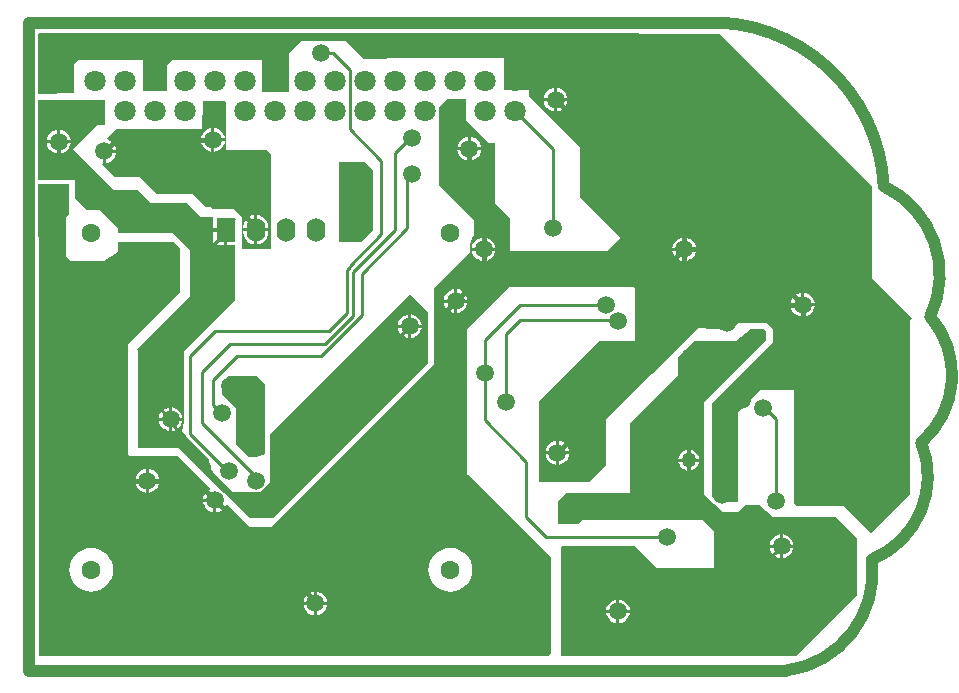
<source format=gbl>
G04*
G04 #@! TF.GenerationSoftware,Altium Limited,Altium Designer,20.0.12 (288)*
G04*
G04 Layer_Physical_Order=2*
G04 Layer_Color=16711680*
%FSLAX44Y44*%
%MOMM*%
G71*
G01*
G75*
%ADD10C,0.2540*%
%ADD13C,0.1500*%
%ADD29C,1.0000*%
%ADD49C,0.4000*%
%ADD51C,1.8000*%
%ADD52R,1.8000X1.8000*%
%ADD53C,1.6000*%
%ADD54O,1.6000X2.0000*%
%ADD55R,1.6000X2.0000*%
%ADD56C,1.5000*%
%ADD57C,1.2700*%
G36*
X173750Y487480D02*
X173750Y447000D01*
X208000D01*
X211750Y443250D01*
Y363250D01*
X186750D01*
X186500Y363500D01*
Y393620D01*
X180120Y400000D01*
X179241Y399121D01*
X156629D01*
X145500Y410250D01*
X117041D01*
X103291Y424000D01*
X79103D01*
X68247Y434856D01*
X68841Y436059D01*
X68980Y436041D01*
Y446000D01*
X70250D01*
Y447270D01*
X80209D01*
X80032Y448621D01*
X79020Y451063D01*
X77411Y453161D01*
X75313Y454770D01*
X73223Y455636D01*
X72745Y456955D01*
X80791Y465000D01*
X153250D01*
X153500Y488750D01*
X172687D01*
X173750Y487480D01*
D02*
G37*
G36*
X297500Y430080D02*
Y378750D01*
X287750Y369000D01*
X269000D01*
Y433180D01*
Y436750D01*
X290830D01*
X297500Y430080D01*
D02*
G37*
G36*
X455609Y545891D02*
X591750Y545000D01*
X720500Y416250D01*
Y338500D01*
X754000Y305000D01*
X752500Y303500D01*
Y155750D01*
X719250Y122500D01*
X696000Y145750D01*
X656500D01*
X654000Y148250D01*
Y243750D01*
X626000D01*
X607250Y225000D01*
Y148750D01*
X590000D01*
X584750Y154000D01*
Y232760D01*
X635990Y284000D01*
X636250D01*
Y295250D01*
X630500Y301000D01*
X607250D01*
X602250Y296000D01*
X597250Y294718D01*
X573750Y296000D01*
X495000Y219750D01*
Y180500D01*
X480750Y166250D01*
X438750D01*
Y234750D01*
X489500Y285500D01*
X519750D01*
Y330500D01*
X518750Y331500D01*
X413500D01*
X377500Y295500D01*
Y173000D01*
X448250Y102250D01*
Y20750D01*
X446250Y18750D01*
X14750D01*
Y313000D01*
Y330000D01*
X14000Y417500D01*
X14250Y418750D01*
X40500D01*
Y392500D01*
X38250Y390250D01*
Y357000D01*
X42000Y353250D01*
X70250D01*
X81500Y360500D01*
Y369035D01*
X129715D01*
X134500Y364250D01*
Y326750D01*
X90000Y282250D01*
Y190000D01*
X92000Y188000D01*
X133088D01*
X160075Y161012D01*
X159828Y159767D01*
X158935Y159397D01*
X156837Y157788D01*
X155228Y155690D01*
X154216Y153248D01*
X154038Y151897D01*
X163998D01*
Y150627D01*
X165268D01*
Y140668D01*
X166619Y140845D01*
X169061Y141857D01*
X171159Y143467D01*
X172768Y145564D01*
X173185Y146572D01*
X174431Y146819D01*
X193500Y127750D01*
X211750D01*
X288000Y204000D01*
X349750Y265750D01*
Y330250D01*
X380000Y360500D01*
Y368663D01*
X380432Y369471D01*
X381492Y372966D01*
X381522Y373272D01*
X383000Y374750D01*
Y387500D01*
X354000Y416500D01*
Y483250D01*
X361250Y490500D01*
X376500D01*
Y472500D01*
X396250Y452750D01*
X400750D01*
Y402000D01*
X413500Y389250D01*
Y361500D01*
X496000D01*
X507500Y373000D01*
X473000Y407500D01*
Y449750D01*
X429500Y493250D01*
Y497750D01*
X409000D01*
X408500Y498250D01*
Y525000D01*
X310000Y525000D01*
X308750Y523750D01*
X290250D01*
X275000Y539000D01*
X254462D01*
X253500Y539127D01*
X252538Y539000D01*
X236750D01*
X226750Y529000D01*
Y496250D01*
X203750D01*
X203500Y496500D01*
Y523500D01*
X127250D01*
X123000Y519250D01*
Y497250D01*
X102854D01*
X102750Y497500D01*
Y523500D01*
X47750D01*
X44250Y520000D01*
Y495000D01*
X15402Y494758D01*
X14500Y495652D01*
Y545000D01*
X15500Y546000D01*
X455500D01*
X455609Y545891D01*
D02*
G37*
G36*
X206594Y249156D02*
Y190000D01*
X198730Y187216D01*
X192784D01*
X182161Y197839D01*
Y228089D01*
X170000Y240250D01*
Y251000D01*
X174750Y255750D01*
X200000D01*
X206594Y249156D01*
D02*
G37*
G36*
X71000Y468250D02*
X64250D01*
X43750Y447750D01*
X78250Y413250D01*
X99250D01*
X110000Y402500D01*
X140000Y402500D01*
X152250Y390250D01*
X162580D01*
Y380870D01*
X173120D01*
Y379600D01*
X174390D01*
Y367060D01*
X181250D01*
Y320250D01*
X138170Y277170D01*
Y216920D01*
X136130Y209620D01*
X139453Y206060D01*
X139661Y205013D01*
X140503Y203753D01*
X157040Y187216D01*
X158750Y185384D01*
Y183816D01*
Y176000D01*
X177660Y157090D01*
X202938D01*
X210250Y164402D01*
Y206750D01*
X329000Y325500D01*
X344170Y310330D01*
Y266920D01*
X212750Y135500D01*
Y135250D01*
X193500D01*
X171805Y156945D01*
X171159Y157788D01*
X170315Y158435D01*
X133750Y195000D01*
X98500D01*
Y278000D01*
X98250Y278250D01*
X143250Y323250D01*
Y361470D01*
X128120Y376600D01*
X81500D01*
Y381000D01*
X66000Y396500D01*
X55250D01*
X45625Y406125D01*
Y421925D01*
X14500D01*
Y489750D01*
X71000D01*
Y468250D01*
D02*
G37*
G36*
X630500Y293500D02*
Y285500D01*
X629850D01*
X578250Y233900D01*
Y156000D01*
X585640Y148610D01*
X586039Y148089D01*
X586560Y147690D01*
X594000Y140250D01*
X606750D01*
X612750Y146250D01*
X624337Y146250D01*
X636729Y136050D01*
X687800D01*
X688750Y137000D01*
X707250Y118500D01*
Y70500D01*
X655750Y19000D01*
X594747D01*
X594224Y19749D01*
X593637Y19000D01*
X456750Y19000D01*
Y19000D01*
X456750Y19000D01*
X456750Y19000D01*
Y110250D01*
X458250Y111750D01*
X519750D01*
X538000Y93500D01*
X586750D01*
Y124000D01*
X577250Y133500D01*
X474500D01*
X471500Y130500D01*
X454250D01*
Y149750D01*
X461000Y156500D01*
X515250D01*
Y215250D01*
X556250Y256250D01*
X556250Y272000D01*
X569750Y285500D01*
X604750D01*
X617750Y295937D01*
X628063D01*
X630500Y293500D01*
D02*
G37*
%LPC*%
G36*
X163612Y465709D02*
Y457020D01*
X172302D01*
X172124Y458371D01*
X171112Y460813D01*
X169503Y462911D01*
X167405Y464520D01*
X164963Y465532D01*
X163612Y465709D01*
D02*
G37*
G36*
X161072D02*
X159721Y465532D01*
X157279Y464520D01*
X155182Y462911D01*
X153572Y460813D01*
X152561Y458371D01*
X152383Y457020D01*
X161072D01*
Y465709D01*
D02*
G37*
G36*
X172302Y454480D02*
X163612D01*
Y445791D01*
X164963Y445968D01*
X167405Y446980D01*
X169503Y448589D01*
X171112Y450687D01*
X172124Y453129D01*
X172302Y454480D01*
D02*
G37*
G36*
X161072D02*
X152383D01*
X152561Y453129D01*
X153572Y450687D01*
X155182Y448589D01*
X157279Y446980D01*
X159721Y445968D01*
X161072Y445791D01*
Y454480D01*
D02*
G37*
G36*
X80209Y444730D02*
X71520D01*
Y436041D01*
X72871Y436218D01*
X75313Y437230D01*
X77411Y438839D01*
X79020Y440937D01*
X80032Y443379D01*
X80209Y444730D01*
D02*
G37*
G36*
X199790Y392064D02*
Y380870D01*
X209151D01*
Y381600D01*
X208789Y384352D01*
X207727Y386916D01*
X206037Y389117D01*
X203836Y390807D01*
X201271Y391869D01*
X199790Y392064D01*
D02*
G37*
G36*
X197250D02*
X195769Y391869D01*
X193204Y390807D01*
X191003Y389117D01*
X189313Y386916D01*
X188251Y384352D01*
X187889Y381600D01*
Y380870D01*
X197250D01*
Y392064D01*
D02*
G37*
G36*
X209151Y378330D02*
X199790D01*
Y367136D01*
X201271Y367331D01*
X203836Y368393D01*
X206037Y370083D01*
X207727Y372285D01*
X208789Y374849D01*
X209151Y377600D01*
Y378330D01*
D02*
G37*
G36*
X197250D02*
X187889D01*
Y377600D01*
X188251Y374849D01*
X189313Y372285D01*
X191003Y370083D01*
X193204Y368393D01*
X195769Y367331D01*
X197250Y367136D01*
Y378330D01*
D02*
G37*
G36*
X453770Y499709D02*
Y491020D01*
X462459D01*
X462282Y492371D01*
X461270Y494813D01*
X459661Y496911D01*
X457563Y498520D01*
X455121Y499532D01*
X453770Y499709D01*
D02*
G37*
G36*
X451230D02*
X449879Y499532D01*
X447437Y498520D01*
X445339Y496911D01*
X443730Y494813D01*
X442718Y492371D01*
X442541Y491020D01*
X451230D01*
Y499709D01*
D02*
G37*
G36*
X462459Y488480D02*
X453770D01*
Y479791D01*
X455121Y479968D01*
X457563Y480980D01*
X459661Y482589D01*
X461270Y484687D01*
X462282Y487129D01*
X462459Y488480D01*
D02*
G37*
G36*
X451230D02*
X442541D01*
X442718Y487129D01*
X443730Y484687D01*
X445339Y482589D01*
X447437Y480980D01*
X449879Y479968D01*
X451230Y479791D01*
Y488480D01*
D02*
G37*
G36*
X380520Y458209D02*
Y449520D01*
X389209D01*
X389032Y450871D01*
X388020Y453313D01*
X386411Y455411D01*
X384313Y457020D01*
X381871Y458032D01*
X380520Y458209D01*
D02*
G37*
G36*
X377980D02*
X376629Y458032D01*
X374187Y457020D01*
X372089Y455411D01*
X370480Y453313D01*
X369468Y450871D01*
X369291Y449520D01*
X377980D01*
Y458209D01*
D02*
G37*
G36*
X389209Y446980D02*
X380520D01*
Y438291D01*
X381871Y438468D01*
X384313Y439480D01*
X386411Y441089D01*
X388020Y443187D01*
X389032Y445629D01*
X389209Y446980D01*
D02*
G37*
G36*
X377980D02*
X369291D01*
X369468Y445629D01*
X370480Y443187D01*
X372089Y441089D01*
X374187Y439480D01*
X376629Y438468D01*
X377980Y438291D01*
Y446980D01*
D02*
G37*
G36*
X392770Y373209D02*
Y364520D01*
X401459D01*
X401282Y365871D01*
X400270Y368313D01*
X398661Y370411D01*
X396563Y372020D01*
X394121Y373032D01*
X392770Y373209D01*
D02*
G37*
G36*
X390230D02*
X388879Y373032D01*
X386437Y372020D01*
X384339Y370411D01*
X382730Y368313D01*
X381718Y365871D01*
X381541Y364520D01*
X390230D01*
Y373209D01*
D02*
G37*
G36*
X562610Y373179D02*
Y364490D01*
X571299D01*
X571122Y365841D01*
X570110Y368283D01*
X568501Y370381D01*
X566403Y371990D01*
X563961Y373002D01*
X562610Y373179D01*
D02*
G37*
G36*
X560070D02*
X558719Y373002D01*
X556277Y371990D01*
X554179Y370381D01*
X552570Y368283D01*
X551558Y365841D01*
X551381Y364490D01*
X560070D01*
Y373179D01*
D02*
G37*
G36*
X401459Y361980D02*
X392770D01*
Y353291D01*
X394121Y353468D01*
X396563Y354480D01*
X398661Y356089D01*
X400270Y358187D01*
X401282Y360629D01*
X401459Y361980D01*
D02*
G37*
G36*
X390230D02*
X381541D01*
X381718Y360629D01*
X382730Y358187D01*
X384339Y356089D01*
X386437Y354480D01*
X388879Y353468D01*
X390230Y353291D01*
Y361980D01*
D02*
G37*
G36*
X571299Y361950D02*
X562610D01*
Y353261D01*
X563961Y353438D01*
X566403Y354450D01*
X568501Y356059D01*
X570110Y358157D01*
X571122Y360599D01*
X571299Y361950D01*
D02*
G37*
G36*
X560070D02*
X551381D01*
X551558Y360599D01*
X552570Y358157D01*
X554179Y356059D01*
X556277Y354450D01*
X558719Y353438D01*
X560070Y353261D01*
Y361950D01*
D02*
G37*
G36*
X369020Y329209D02*
Y320520D01*
X377709D01*
X377532Y321871D01*
X376520Y324313D01*
X374911Y326411D01*
X372813Y328020D01*
X370371Y329032D01*
X369020Y329209D01*
D02*
G37*
G36*
X366480D02*
X365129Y329032D01*
X362687Y328020D01*
X360589Y326411D01*
X358980Y324313D01*
X357968Y321871D01*
X357791Y320520D01*
X366480D01*
Y329209D01*
D02*
G37*
G36*
X662940Y326189D02*
Y317500D01*
X671629D01*
X671452Y318851D01*
X670440Y321293D01*
X668831Y323391D01*
X666733Y325000D01*
X664291Y326012D01*
X662940Y326189D01*
D02*
G37*
G36*
X660400D02*
X659049Y326012D01*
X656607Y325000D01*
X654509Y323391D01*
X652900Y321293D01*
X651888Y318851D01*
X651711Y317500D01*
X660400D01*
Y326189D01*
D02*
G37*
G36*
X377709Y317980D02*
X369020D01*
Y309291D01*
X370371Y309468D01*
X372813Y310480D01*
X374911Y312089D01*
X376520Y314187D01*
X377532Y316629D01*
X377709Y317980D01*
D02*
G37*
G36*
X366480D02*
X357791D01*
X357968Y316629D01*
X358980Y314187D01*
X360589Y312089D01*
X362687Y310480D01*
X365129Y309468D01*
X366480Y309291D01*
Y317980D01*
D02*
G37*
G36*
X671629Y314960D02*
X662940D01*
Y306271D01*
X664291Y306448D01*
X666733Y307460D01*
X668831Y309069D01*
X670440Y311167D01*
X671452Y313609D01*
X671629Y314960D01*
D02*
G37*
G36*
X660400D02*
X651711D01*
X651888Y313609D01*
X652900Y311167D01*
X654509Y309069D01*
X655270Y308486D01*
X656607Y307460D01*
X659049Y306448D01*
X660400Y306271D01*
Y314960D01*
D02*
G37*
G36*
X455270Y200709D02*
Y192020D01*
X463959D01*
X463782Y193371D01*
X462770Y195813D01*
X461161Y197911D01*
X459063Y199520D01*
X456621Y200532D01*
X455270Y200709D01*
D02*
G37*
G36*
X452730D02*
X451379Y200532D01*
X448937Y199520D01*
X446839Y197911D01*
X445230Y195813D01*
X444218Y193371D01*
X444041Y192020D01*
X452730D01*
Y200709D01*
D02*
G37*
G36*
X463959Y189480D02*
X455270D01*
Y180791D01*
X456621Y180968D01*
X459063Y181980D01*
X461161Y183589D01*
X462770Y185687D01*
X463782Y188129D01*
X463959Y189480D01*
D02*
G37*
G36*
X452730D02*
X444041D01*
X444218Y188129D01*
X445230Y185687D01*
X446839Y183589D01*
X448937Y181980D01*
X451379Y180968D01*
X452730Y180791D01*
Y189480D01*
D02*
G37*
G36*
X107990Y177012D02*
Y168322D01*
X116679D01*
X116502Y169673D01*
X115490Y172115D01*
X113881Y174213D01*
X111783Y175822D01*
X109341Y176834D01*
X107990Y177012D01*
D02*
G37*
G36*
X105450D02*
X104099Y176834D01*
X101657Y175822D01*
X99559Y174213D01*
X97950Y172115D01*
X96938Y169673D01*
X96761Y168322D01*
X105450D01*
Y177012D01*
D02*
G37*
G36*
X116679Y165782D02*
X107990D01*
Y157093D01*
X109341Y157270D01*
X111783Y158282D01*
X113881Y159892D01*
X115490Y161989D01*
X116502Y164431D01*
X116679Y165782D01*
D02*
G37*
G36*
X105450D02*
X96761D01*
X96938Y164431D01*
X97950Y161989D01*
X99559Y159892D01*
X101657Y158282D01*
X104099Y157270D01*
X105450Y157093D01*
Y165782D01*
D02*
G37*
G36*
X162728Y149357D02*
X154038D01*
X154216Y148006D01*
X155228Y145564D01*
X156837Y143467D01*
X158935Y141857D01*
X161377Y140845D01*
X162728Y140668D01*
Y149357D01*
D02*
G37*
G36*
X363220Y110230D02*
X359585Y109872D01*
X356091Y108812D01*
X352870Y107090D01*
X350047Y104773D01*
X347730Y101950D01*
X346008Y98729D01*
X344948Y95234D01*
X344590Y91600D01*
X344948Y87965D01*
X346008Y84471D01*
X347730Y81250D01*
X350047Y78427D01*
X352870Y76110D01*
X356091Y74388D01*
X359585Y73328D01*
X363220Y72970D01*
X366855Y73328D01*
X370349Y74388D01*
X373570Y76110D01*
X376393Y78427D01*
X378710Y81250D01*
X380432Y84471D01*
X381492Y87965D01*
X381850Y91600D01*
X381492Y95234D01*
X380432Y98729D01*
X378710Y101950D01*
X376393Y104773D01*
X373570Y107090D01*
X370349Y108812D01*
X366855Y109872D01*
X363220Y110230D01*
D02*
G37*
G36*
X59220D02*
X55585Y109872D01*
X52091Y108812D01*
X48870Y107090D01*
X46047Y104773D01*
X43730Y101950D01*
X42008Y98729D01*
X40948Y95234D01*
X40590Y91600D01*
X40948Y87965D01*
X42008Y84471D01*
X43730Y81250D01*
X46047Y78427D01*
X48870Y76110D01*
X52091Y74388D01*
X55585Y73328D01*
X59220Y72970D01*
X62854Y73328D01*
X66349Y74388D01*
X69570Y76110D01*
X72393Y78427D01*
X74710Y81250D01*
X76432Y84471D01*
X77492Y87965D01*
X77850Y91600D01*
X77492Y95234D01*
X76432Y98729D01*
X74710Y101950D01*
X72393Y104773D01*
X69570Y107090D01*
X66349Y108812D01*
X62854Y109872D01*
X59220Y110230D01*
D02*
G37*
G36*
X250270Y73209D02*
Y64520D01*
X258959D01*
X258782Y65871D01*
X257770Y68313D01*
X256161Y70411D01*
X254063Y72020D01*
X251621Y73032D01*
X250270Y73209D01*
D02*
G37*
G36*
X247730D02*
X246379Y73032D01*
X243937Y72020D01*
X241839Y70411D01*
X240230Y68313D01*
X239218Y65871D01*
X239041Y64520D01*
X247730D01*
Y73209D01*
D02*
G37*
G36*
X258959Y61980D02*
X250270D01*
Y53291D01*
X251621Y53468D01*
X254063Y54480D01*
X256161Y56089D01*
X257770Y58187D01*
X258782Y60629D01*
X258959Y61980D01*
D02*
G37*
G36*
X247730D02*
X239041D01*
X239218Y60629D01*
X240230Y58187D01*
X241839Y56089D01*
X243937Y54480D01*
X246379Y53468D01*
X247730Y53291D01*
Y61980D01*
D02*
G37*
G36*
X33020Y464209D02*
Y455520D01*
X41709D01*
X41532Y456871D01*
X40520Y459313D01*
X38911Y461411D01*
X36813Y463020D01*
X34371Y464032D01*
X33020Y464209D01*
D02*
G37*
G36*
X30480D02*
X29129Y464032D01*
X26687Y463020D01*
X24589Y461411D01*
X22980Y459313D01*
X21968Y456871D01*
X21791Y455520D01*
X30480D01*
Y464209D01*
D02*
G37*
G36*
X41709Y452980D02*
X33020D01*
Y444291D01*
X34371Y444468D01*
X36813Y445480D01*
X38911Y447089D01*
X40520Y449187D01*
X41532Y451629D01*
X41709Y452980D01*
D02*
G37*
G36*
X30480D02*
X21791D01*
X21968Y451629D01*
X22980Y449187D01*
X24589Y447089D01*
X26687Y445480D01*
X29129Y444468D01*
X30480Y444291D01*
Y452980D01*
D02*
G37*
G36*
X171850Y378330D02*
X162580D01*
Y367060D01*
X171850D01*
Y378330D01*
D02*
G37*
G36*
X330270Y307959D02*
Y299270D01*
X338959D01*
X338782Y300621D01*
X337770Y303063D01*
X336161Y305161D01*
X334063Y306770D01*
X331621Y307782D01*
X330270Y307959D01*
D02*
G37*
G36*
X327730D02*
X326379Y307782D01*
X323937Y306770D01*
X321839Y305161D01*
X320230Y303063D01*
X319218Y300621D01*
X319041Y299270D01*
X327730D01*
Y307959D01*
D02*
G37*
G36*
X338959Y296730D02*
X330270D01*
Y288041D01*
X331621Y288218D01*
X334063Y289230D01*
X336161Y290839D01*
X337770Y292937D01*
X338782Y295379D01*
X338959Y296730D01*
D02*
G37*
G36*
X327730D02*
X319041D01*
X319218Y295379D01*
X320230Y292937D01*
X321839Y290839D01*
X323937Y289230D01*
X326379Y288218D01*
X327730Y288041D01*
Y296730D01*
D02*
G37*
G36*
X127770Y229209D02*
Y220520D01*
X136459D01*
X136282Y221871D01*
X135270Y224313D01*
X133661Y226411D01*
X131563Y228020D01*
X129121Y229032D01*
X127770Y229209D01*
D02*
G37*
G36*
X125230D02*
X123879Y229032D01*
X121437Y228020D01*
X119339Y226411D01*
X117730Y224313D01*
X116718Y221871D01*
X116541Y220520D01*
X125230D01*
Y229209D01*
D02*
G37*
G36*
X136459Y217980D02*
X127770D01*
Y209291D01*
X129121Y209468D01*
X131563Y210480D01*
X133661Y212089D01*
X135270Y214187D01*
X136282Y216629D01*
X136459Y217980D01*
D02*
G37*
G36*
X125230D02*
X116541D01*
X116718Y216629D01*
X117730Y214187D01*
X119339Y212089D01*
X121437Y210480D01*
X123879Y209468D01*
X125230Y209291D01*
Y217980D01*
D02*
G37*
G36*
X566463Y193300D02*
Y185770D01*
X573992D01*
X573854Y186821D01*
X572958Y188983D01*
X571533Y190840D01*
X569676Y192265D01*
X567513Y193161D01*
X566463Y193300D01*
D02*
G37*
G36*
X563923D02*
X562872Y193161D01*
X560709Y192265D01*
X558852Y190840D01*
X557427Y188983D01*
X556531Y186821D01*
X556393Y185770D01*
X563923D01*
Y193300D01*
D02*
G37*
G36*
X573992Y183230D02*
X566463D01*
Y175700D01*
X567513Y175839D01*
X569676Y176735D01*
X571533Y178160D01*
X572958Y180017D01*
X573854Y182179D01*
X573992Y183230D01*
D02*
G37*
G36*
X563923D02*
X556393D01*
X556531Y182179D01*
X557427Y180017D01*
X558852Y178160D01*
X560709Y176735D01*
X562872Y175839D01*
X563923Y175700D01*
Y183230D01*
D02*
G37*
G36*
X645020Y121709D02*
Y113020D01*
X653709D01*
X653532Y114371D01*
X652520Y116813D01*
X650911Y118911D01*
X648813Y120520D01*
X646371Y121532D01*
X645020Y121709D01*
D02*
G37*
G36*
X642480D02*
X641129Y121532D01*
X638687Y120520D01*
X636589Y118911D01*
X634980Y116813D01*
X633968Y114371D01*
X633791Y113020D01*
X642480D01*
Y121709D01*
D02*
G37*
G36*
X653709Y110480D02*
X645020D01*
Y101791D01*
X646371Y101968D01*
X648813Y102980D01*
X650911Y104589D01*
X652520Y106687D01*
X653532Y109129D01*
X653709Y110480D01*
D02*
G37*
G36*
X642480D02*
X633791D01*
X633968Y109129D01*
X634980Y106687D01*
X636589Y104589D01*
X638687Y102980D01*
X641129Y101968D01*
X642480Y101791D01*
Y110480D01*
D02*
G37*
G36*
X506520Y66459D02*
Y57770D01*
X515209D01*
X515032Y59121D01*
X514020Y61563D01*
X512411Y63661D01*
X510313Y65270D01*
X507871Y66282D01*
X506520Y66459D01*
D02*
G37*
G36*
X503980D02*
X502629Y66282D01*
X500187Y65270D01*
X498089Y63661D01*
X496480Y61563D01*
X495468Y59121D01*
X495291Y57770D01*
X503980D01*
Y66459D01*
D02*
G37*
G36*
X515209Y55230D02*
X506520D01*
Y46541D01*
X507871Y46718D01*
X510313Y47730D01*
X512411Y49339D01*
X514020Y51437D01*
X515032Y53879D01*
X515209Y55230D01*
D02*
G37*
G36*
X503980D02*
X495291D01*
X495468Y53879D01*
X496480Y51437D01*
X498089Y49339D01*
X500187Y47730D01*
X502629Y46718D01*
X503980Y46541D01*
Y55230D01*
D02*
G37*
%LPD*%
D10*
X565192Y272943D02*
X573500Y281250D01*
X613000D02*
X620500Y288750D01*
X573500Y281250D02*
X613000D01*
X158750Y176000D02*
Y180080D01*
X126500Y216282D02*
X131250Y211532D01*
Y207580D02*
X158750Y180080D01*
X126500Y216282D02*
Y219250D01*
X131250Y207580D02*
Y211532D01*
X115250Y230500D02*
X126500Y219250D01*
X174350Y175400D02*
X175500D01*
X158750Y176000D02*
X177660Y157090D01*
X143250Y206500D02*
X174350Y175400D01*
X629500Y229000D02*
X639000Y219500D01*
X627874Y229000D02*
X629500D01*
X565192Y184500D02*
Y272943D01*
Y164058D02*
X593200Y136050D01*
X616250D01*
X565192Y164058D02*
Y184500D01*
X539000Y137750D02*
X565192Y163943D01*
Y164058D01*
X462500Y137750D02*
X539000D01*
X427750Y136000D02*
X444250Y119500D01*
X546500D01*
X279500Y386058D02*
Y423750D01*
Y386058D02*
X286250Y379308D01*
X278000Y348262D02*
Y349000D01*
X275500Y345762D02*
X278000Y348262D01*
X305000Y376000D02*
Y437500D01*
X278000Y349000D02*
X305000Y376000D01*
X280580Y343658D02*
X316230Y379308D01*
X280580Y306764D02*
Y343658D01*
X275500Y308868D02*
Y345762D01*
X316230Y379308D02*
Y444750D01*
X326750Y380750D02*
Y422000D01*
X288500Y342500D02*
X326750Y380750D01*
X288500Y307500D02*
Y342500D01*
X257066Y283250D02*
X280580Y306764D01*
X253750Y272750D02*
X288500Y307500D01*
X260382Y293750D02*
X275500Y308868D01*
X253500Y529000D02*
X263750D01*
X272250Y520500D01*
X51373Y472768D02*
X54778D01*
X62230Y480220D01*
X100500Y396500D02*
X135750D01*
X75750D02*
X100500D01*
X31750Y453250D02*
X32000Y453000D01*
X31750Y453250D02*
Y454250D01*
X32000Y440250D02*
Y453000D01*
Y440250D02*
X75750Y396500D01*
X450000Y380750D02*
Y448050D01*
X417830Y480220D02*
X450000Y448050D01*
X422000Y315750D02*
X495250D01*
X392500Y286250D02*
X422000Y315750D01*
X392500Y258250D02*
Y286250D01*
Y218250D02*
Y258250D01*
X328980Y457500D02*
X331250D01*
X316230Y444750D02*
X328980Y457500D01*
X326750Y422000D02*
X331250Y426500D01*
X272250Y520500D02*
X278000Y514750D01*
Y464500D02*
Y514750D01*
X177000Y283250D02*
X257066D01*
X164250Y293750D02*
X260382D01*
X183000Y272750D02*
X253750D01*
X162750Y252500D02*
X183000Y272750D01*
X162750Y231500D02*
X170000Y224250D01*
X162750Y231500D02*
Y252500D01*
X278000Y464500D02*
X305000Y437500D01*
X392500Y218250D02*
X427750Y183000D01*
X135750Y396500D02*
X152650Y379600D01*
X173120D01*
Y381600D01*
X179850Y388330D01*
X173120Y377600D02*
Y379600D01*
X158000Y362480D02*
X173120Y377600D01*
X158000Y324000D02*
Y362480D01*
X115250Y230500D02*
Y281250D01*
X158000Y324000D01*
X504500Y303000D02*
X505500Y302000D01*
X422000Y303000D02*
X504500D01*
X410500Y291500D02*
X422000Y303000D01*
X410500Y233750D02*
Y291500D01*
X427750Y136000D02*
Y183000D01*
X152750Y259000D02*
X177000Y283250D01*
X143250Y272750D02*
X164250Y293750D01*
X143250Y206500D02*
Y272750D01*
X152750Y216250D02*
X198730Y170270D01*
X152750Y216250D02*
Y259000D01*
X221000Y175152D02*
Y190000D01*
X202938Y157090D02*
X221000Y175152D01*
X177660Y157090D02*
X202938D01*
X198730Y167250D02*
Y170270D01*
X221000Y190000D02*
X221000D01*
X639000Y150000D02*
Y219500D01*
X505250Y56500D02*
X588500D01*
X643750Y111750D01*
X221000Y190000D02*
X329000Y298000D01*
D13*
X265430Y502820D02*
Y505620D01*
D29*
X762000Y199390D02*
G03*
X769620Y306070I-49530J57150D01*
G01*
X730250Y416560D02*
G03*
X576580Y554990I-146050J-7620D01*
G01*
X769620Y306070D02*
G03*
X730250Y416560I-74930J35560D01*
G01*
X720090Y100330D02*
G03*
X762000Y199390I-28575J70485D01*
G01*
X647700Y6350D02*
G03*
X720090Y100330I-10795J83185D01*
G01*
X6350Y554990D02*
X576580D01*
X6350Y6350D02*
X647700D01*
X6350D02*
Y554990D01*
D49*
X114625Y412500D02*
X149500D01*
X100500Y426625D02*
Y455750D01*
Y426625D02*
X114625Y412500D01*
X106720Y167052D02*
X147573D01*
X163998Y150627D01*
X50448Y167052D02*
X106720D01*
X160000Y154625D02*
X163998Y150627D01*
X160000Y154625D02*
X210688Y103938D01*
X645000Y270000D02*
X660182D01*
X661670Y271488D02*
Y316230D01*
X660182Y270000D02*
X661670Y271488D01*
X610250Y235250D02*
X645000Y270000D01*
X43000Y174500D02*
X50448Y167052D01*
X43000Y174500D02*
Y250250D01*
X25750Y267500D02*
X43000Y250250D01*
X59750D01*
X25750Y267500D02*
Y410250D01*
X454000Y190750D02*
X561340Y298090D01*
Y363220D01*
X593200Y218200D02*
X610250Y235250D01*
X593200Y155250D02*
Y218200D01*
X349000Y184000D02*
X433500Y99500D01*
X440250D01*
X349000Y184000D02*
X358000Y193000D01*
Y309507D02*
X391500Y343007D01*
X173121Y244879D02*
X198730Y219270D01*
X597250Y301000D02*
X612480Y316230D01*
X661670D01*
X210688Y103938D02*
X249000Y65625D01*
X290750Y184000D02*
X349000D01*
X210688Y103938D02*
X290750Y184000D01*
X214000Y531750D02*
X214630Y531120D01*
Y529000D02*
Y531120D01*
X293500Y541750D02*
X302500Y532750D01*
X224000Y541750D02*
X293500D01*
X214000Y531750D02*
X224000Y541750D01*
X113780Y531750D02*
X214000D01*
X113030Y531000D02*
X113780Y531750D01*
X391500Y363250D02*
Y387313D01*
Y343007D02*
Y363250D01*
X452500Y489750D02*
X561340Y380910D01*
Y363220D02*
Y380910D01*
X358000Y193000D02*
Y309507D01*
X539370Y341250D02*
X561340Y363220D01*
X393257Y341250D02*
X539370D01*
X391500Y343007D02*
X393257Y341250D01*
X379250Y399563D02*
Y448250D01*
Y399563D02*
X391500Y387313D01*
X175493Y247250D02*
X177000D01*
X173121Y244879D02*
X175493Y247250D01*
X180120Y400000D02*
X198520Y381600D01*
X149500Y412500D02*
X162000Y400000D01*
X180120D01*
X100500Y455750D02*
X162342D01*
X80000D02*
X100500D01*
X198520Y379600D02*
Y381600D01*
X70250Y446000D02*
X80000Y455750D01*
X198730Y194510D02*
Y219270D01*
X249000Y63250D02*
Y65625D01*
X614680Y363220D02*
X661670Y316230D01*
X561340Y363220D02*
X614680D01*
D51*
X417830Y505620D02*
D03*
X392430D02*
D03*
X367030D02*
D03*
X341630D02*
D03*
X316230D02*
D03*
X290830D02*
D03*
X265430D02*
D03*
X240030D02*
D03*
X214630D02*
D03*
X189230D02*
D03*
X163830D02*
D03*
X138430D02*
D03*
X113030D02*
D03*
X87630D02*
D03*
X62230D02*
D03*
X417830Y480220D02*
D03*
X392430D02*
D03*
X367030D02*
D03*
X341630D02*
D03*
X316230D02*
D03*
X290830D02*
D03*
X265430D02*
D03*
X240030D02*
D03*
X214630D02*
D03*
X189230D02*
D03*
X163830D02*
D03*
X138430D02*
D03*
X113030D02*
D03*
X87630D02*
D03*
D52*
X62230D02*
D03*
D53*
X59220Y376600D02*
D03*
Y91600D02*
D03*
X363220Y376600D02*
D03*
Y91600D02*
D03*
D54*
X249320Y379600D02*
D03*
X223920D02*
D03*
X198520D02*
D03*
D55*
X173120D02*
D03*
D56*
X175500Y175400D02*
D03*
X126500Y219250D02*
D03*
X106720Y167052D02*
D03*
X163998Y150627D02*
D03*
X627874Y229000D02*
D03*
X59750Y250250D02*
D03*
X25750Y410250D02*
D03*
X454000Y190750D02*
D03*
X593200Y155250D02*
D03*
X610250Y235250D02*
D03*
X440250Y99500D02*
D03*
X462500Y137750D02*
D03*
X597250Y301000D02*
D03*
X286250Y379308D02*
D03*
X279500Y423750D02*
D03*
X214630Y529000D02*
D03*
X253500D02*
D03*
X113030Y531000D02*
D03*
X100500Y396500D02*
D03*
X31750Y454250D02*
D03*
X162342Y455750D02*
D03*
X391500Y363250D02*
D03*
X367750Y319250D02*
D03*
X452500Y489750D02*
D03*
X450000Y380750D02*
D03*
X379250Y448250D02*
D03*
X302500Y532750D02*
D03*
X331250Y457500D02*
D03*
Y426500D02*
D03*
X177000Y247250D02*
D03*
X170000Y224250D02*
D03*
X392500Y258250D02*
D03*
X70250Y446000D02*
D03*
X505500Y302000D02*
D03*
X495250Y315750D02*
D03*
X410500Y233750D02*
D03*
X546500Y119500D02*
D03*
X198730Y167250D02*
D03*
Y194510D02*
D03*
X639000Y150000D02*
D03*
X616250Y136050D02*
D03*
X643750Y111750D02*
D03*
X505250Y56500D02*
D03*
X249000Y63250D02*
D03*
X221000Y190000D02*
D03*
X329000Y298000D02*
D03*
X561340Y363220D02*
D03*
X661670Y316230D02*
D03*
D57*
X565192Y272943D02*
D03*
Y184500D02*
D03*
X620500Y288750D02*
D03*
M02*

</source>
